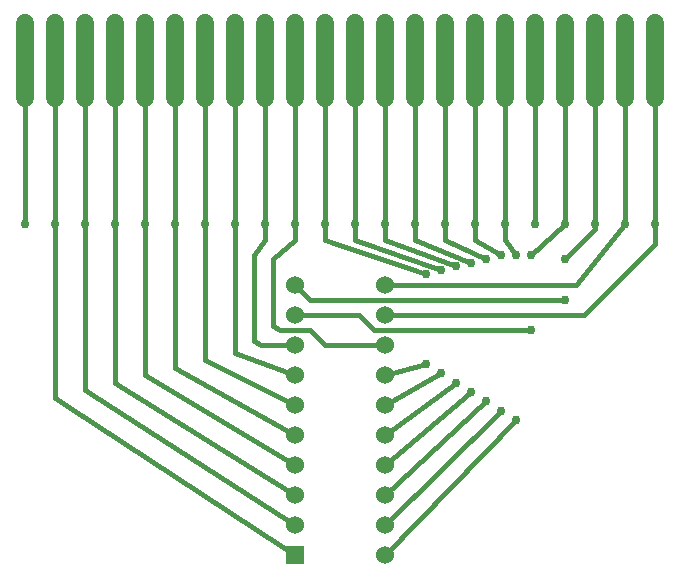
<source format=gbl>
%FSTAX24Y24*%
%MOIN*%
%IN card20pad.gbl *%
%ADD10C,0.0150*%
%ADD11C,0.0300*%
%ADD12C,0.0600*%
%ADD13R,0.0600X0.0600*%
D12*X013466Y010491D03*D11*X022466Y013541D03*D12*X013466Y005491D03*D11*
X016341Y007934D03*D12*X013466Y004491D03*D11*X016841Y007616D03*D12*
X013466Y002491D03*D11*X017841Y006991D03*D12*X010466Y003491D03*D11*
X003466Y013541D03*D12*X013466Y009491D03*D11*X010466Y013541D03*
X004466D03*D12*X010466Y004491D03*D11*X014841Y008866D03*D12*
X013466Y008491D03*D11*X015841Y008241D03*D12*X013466Y006491D03*D11*
X015341Y008559D03*D12*X013466Y007491D03*D11*X018341Y012491D03*
X019466Y013541D03*X002466D03*D13*X010466Y002491D03*D11*
X017341Y007309D03*D12*X013466Y003491D03*D11*X017841Y012491D03*
X017466Y013541D03*X016341Y012241D03*X014466Y013541D03*
X016841Y012366D03*X015466Y013541D03*X015841Y012116D03*
X013466Y013541D03*X021466D03*D12*X013466Y011491D03*D11*
X007466Y013541D03*D12*X010466Y007491D03*D11*X019466Y012366D03*
X020466Y013541D03*X018341Y009991D03*D12*X010466Y010491D03*D11*
X019466Y010991D03*D12*X010466Y011491D03*D11*X014841Y011866D03*
X011466Y013541D03*X006466D03*D12*X010466Y006491D03*D11*
X008466Y013541D03*D12*X010466Y008491D03*D11*X005466Y013541D03*D12*
X010466Y005491D03*D11*X012466Y013541D03*X015341Y011991D03*
X016466Y013541D03*X017341Y012491D03*X018466Y013541D03*X001466D03*
X009466D03*D12*X010466Y009491D03*D10*X013466Y010491D02*G01X020091D01*
X022466Y012866D01*Y013541D01*X013466Y005491D02*X016341Y007934D01*
X013466Y004491D02*X016841Y007616D01*X013466Y002491D02*
X017841Y006991D01*X010466Y003491D02*X003466Y007991D01*
X003466Y013541D01*X013466Y009491D02*X011466D01*X010966Y009991D01*
X009966D01*X009716Y010116D01*Y012366D01*X010466Y012991D01*Y013541D01*
X004466D02*Y008241D01*X010466Y004491D01*X014841Y008866D02*
X013466Y008491D01*X015841Y008241D02*X013466Y006491D01*
X015341Y008559D02*X013466Y007491D01*X018341Y012491D02*
X019466Y013541D01*X002466D02*X002466Y007741D01*X010466Y002491D01*
X017341Y007309D02*X013466Y003491D01*X017841Y012491D02*
X017466Y012991D01*X017466Y013541D01*X016341Y012241D02*
X014466Y012991D01*Y013541D01*X016841Y012366D02*X015466Y012991D01*
Y013541D01*X015841Y012116D02*X013466Y012991D01*Y013541D01*X021466D02*
X019841Y011491D01*X013466D01*X007466Y013541D02*X007466Y008991D01*
X010466Y007491D01*X019466Y012366D02*X020466Y013366D01*Y013541D01*
X018341Y009991D02*X013091D01*X012591Y010491D01*X010466D01*
X019466Y010991D02*X010966D01*X010466Y011491D01*X014841Y011866D02*
X011466Y012991D01*X011466Y013541D01*X006466D02*X006466Y008741D01*
X010466Y006491D01*X008466Y013541D02*X008466Y009241D01*
X010466Y008491D01*X005466Y013541D02*X005466Y008491D01*
X010466Y005491D01*X012466Y013541D02*X012466Y012991D01*
X015341Y011991D01*X016466Y013541D02*X016466Y012991D01*
X017341Y012491D01*X009466Y013541D02*Y012991D01*X009091Y012491D01*
Y009616D01*X009341Y009491D01*X010466D01*D12*X018466Y020241D02*
Y017741D01*D10*Y013616D01*X022466D02*Y017741D01*D12*Y020241D01*D10*
X001466Y013616D02*Y017741D01*D12*Y020241D01*D10*X002466Y013616D02*
Y017741D01*D12*Y020241D01*D10*X003466Y013616D02*Y017741D01*D12*
Y020241D01*D10*X004466Y013616D02*Y017741D01*D12*Y020241D01*D10*
X005466Y013616D02*Y017741D01*D12*Y020241D01*D10*X006466Y013616D02*
Y017741D01*D12*Y020241D01*D10*X007466Y013616D02*Y017741D01*D12*
Y020241D01*D10*X008466Y013616D02*Y017741D01*D12*Y020241D01*D10*
X009466Y013616D02*Y017741D01*D12*Y020241D01*D10*X010466Y013616D02*
Y017741D01*D12*Y020241D01*D10*X011466Y013616D02*Y017741D01*D12*
Y020241D01*D10*X012466Y013616D02*Y017741D01*D12*Y020241D01*D10*
X013466Y013616D02*Y017741D01*D12*Y020241D01*D10*X014466Y013616D02*
Y017741D01*D12*Y020241D01*D10*X015466Y013616D02*Y017741D01*D12*
Y020241D01*D10*X016466Y013616D02*Y017741D01*D12*Y020241D01*D10*
X017466Y013616D02*Y017741D01*D12*Y020241D01*D10*X020466Y013616D02*
Y017741D01*D12*Y020241D01*D10*X019466Y013616D02*Y017741D01*D12*
Y020241D01*D10*X021466Y013616D02*Y017741D01*D12*Y020241D01*
M02*
</source>
